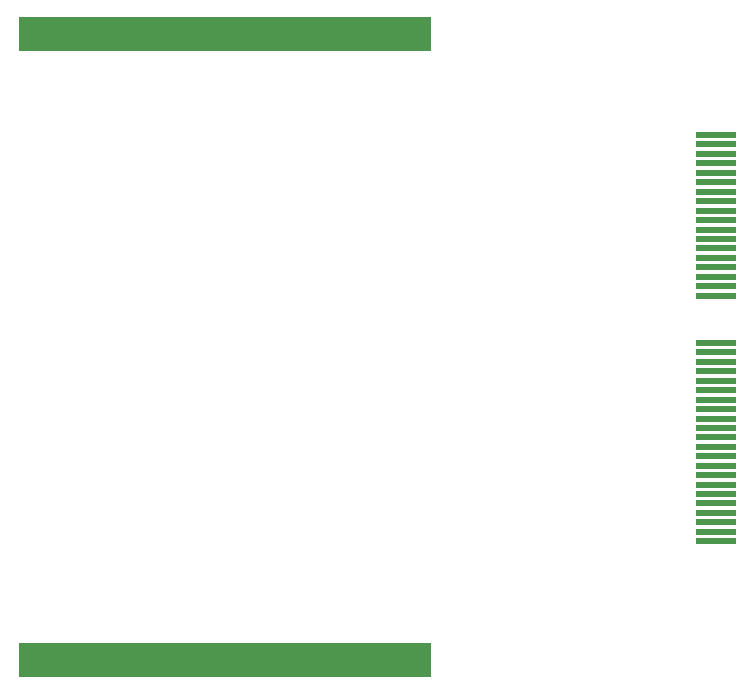
<source format=gbp>
G04 Layer_Color=128*
%FSLAX23Y23*%
%MOIN*%
G70*
G01*
G75*
%ADD13R,0.138X0.022*%
%ADD29R,1.378X0.118*%
D13*
X3114Y706D02*
D03*
Y675D02*
D03*
Y643D02*
D03*
Y612D02*
D03*
Y580D02*
D03*
Y549D02*
D03*
Y517D02*
D03*
Y486D02*
D03*
Y454D02*
D03*
Y423D02*
D03*
Y391D02*
D03*
Y360D02*
D03*
Y328D02*
D03*
Y297D02*
D03*
Y265D02*
D03*
Y234D02*
D03*
Y202D02*
D03*
Y171D02*
D03*
Y13D02*
D03*
Y-18D02*
D03*
Y-50D02*
D03*
Y-81D02*
D03*
Y-113D02*
D03*
Y-144D02*
D03*
Y-176D02*
D03*
Y-207D02*
D03*
Y-239D02*
D03*
Y-270D02*
D03*
Y-302D02*
D03*
Y-333D02*
D03*
Y-365D02*
D03*
Y-396D02*
D03*
Y-428D02*
D03*
Y-459D02*
D03*
Y-491D02*
D03*
Y-522D02*
D03*
Y-554D02*
D03*
Y-585D02*
D03*
Y-617D02*
D03*
Y-648D02*
D03*
D29*
X1476Y1043D02*
D03*
Y-1043D02*
D03*
M02*

</source>
